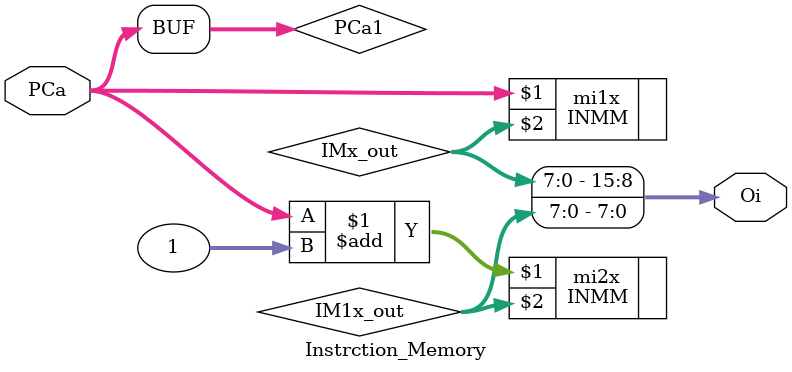
<source format=v>
`timescale 1ns / 1ps
module Instrction_Memory(
    input [7:0] PCa,
    output [15:0] Oi
    );
wire [7:0] PCa1;
	 wire [7:0] IMx_out;
	 wire [7:0] IM1x_out;
	 
   INMM  mi1x(PCa1, IMx_out);
	 
	INMM  mi2x(PCa1+1, IM1x_out);
	 
	 assign PCa1 = PCa;
	 
	 assign Oi = {IMx_out,IM1x_out};

endmodule

</source>
